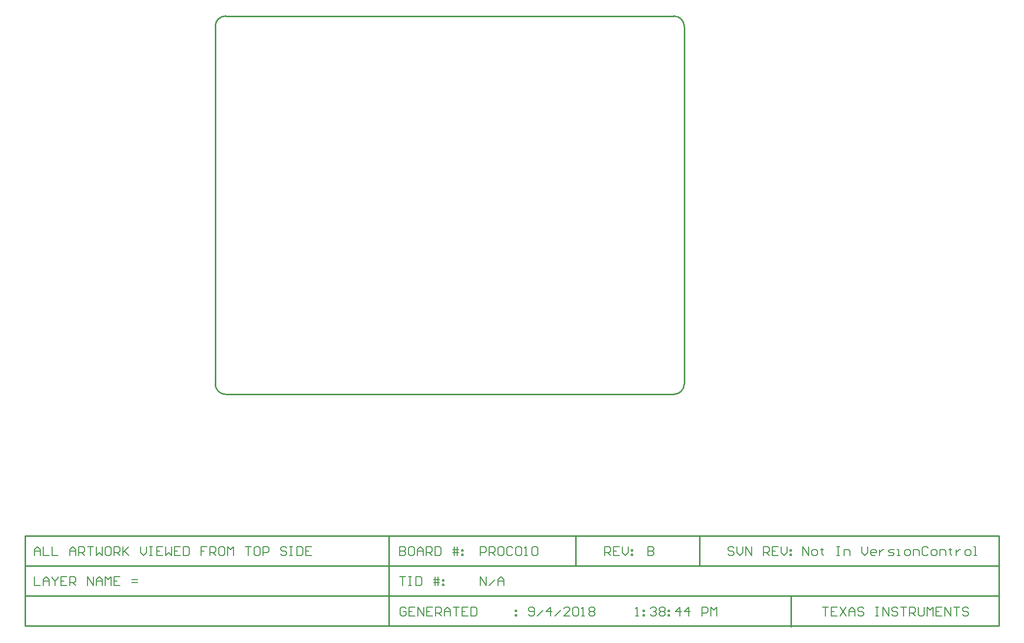
<source format=gm1>
G04 Layer_Color=16711935*
%FSLAX25Y25*%
%MOIN*%
G70*
G01*
G75*
%ADD65C,0.01000*%
%ADD80C,0.00800*%
G54D65*
X300725Y-16250D02*
G03*
X307725Y-9250I0J7000D01*
G01*
X-10275D02*
G03*
X-3275Y-16250I7000J0D01*
G01*
Y240250D02*
G03*
X-10275Y233250I0J-7000D01*
G01*
X307725D02*
G03*
X300725Y240250I-7000J0D01*
G01*
X-3275Y-16250D02*
X300725D01*
X-10275Y-9250D02*
Y233250D01*
X-3275Y240250D02*
X300725D01*
X307725Y-9250D02*
Y233250D01*
X380200Y-174000D02*
Y-153717D01*
X261300Y-173350D02*
X521000D01*
Y-112350D01*
X107300Y-173350D02*
Y-112350D01*
X-139200Y-173350D02*
Y-112350D01*
X-139150Y-173350D02*
X18400D01*
X-139150D02*
Y-112350D01*
Y-112350D02*
X521000D01*
X-139200Y-173350D02*
X261300D01*
X-139200Y-153017D02*
X520800D01*
X-139200Y-132683D02*
X521000D01*
X234000D02*
Y-112350D01*
X318000Y-132683D02*
Y-112350D01*
G54D80*
X169350Y-145900D02*
Y-139902D01*
X173349Y-145900D01*
Y-139902D01*
X175348Y-145900D02*
X179347Y-141901D01*
X181346Y-145900D02*
Y-141901D01*
X183345Y-139902D01*
X185345Y-141901D01*
Y-145900D01*
Y-142901D01*
X181346D01*
X114800Y-139902D02*
X118799D01*
X116799D01*
Y-145900D01*
X120798Y-139902D02*
X122797D01*
X121798D01*
Y-145900D01*
X120798D01*
X122797D01*
X125796Y-139902D02*
Y-145900D01*
X128796D01*
X129795Y-144900D01*
Y-140902D01*
X128796Y-139902D01*
X125796D01*
X138792Y-145900D02*
Y-139902D01*
X140792D02*
Y-145900D01*
X137793Y-141901D02*
X140792D01*
X141791D01*
X137793Y-143901D02*
X141791D01*
X143791Y-141901D02*
X144790D01*
Y-142901D01*
X143791D01*
Y-141901D01*
Y-144900D02*
X144790D01*
Y-145900D01*
X143791D01*
Y-144900D01*
X401300Y-160435D02*
X405299D01*
X403299D01*
Y-166434D01*
X411297Y-160435D02*
X407298D01*
Y-166434D01*
X411297D01*
X407298Y-163435D02*
X409297D01*
X413296Y-160435D02*
X417295Y-166434D01*
Y-160435D02*
X413296Y-166434D01*
X419294D02*
Y-162435D01*
X421293Y-160435D01*
X423293Y-162435D01*
Y-166434D01*
Y-163435D01*
X419294D01*
X429291Y-161435D02*
X428291Y-160435D01*
X426292D01*
X425292Y-161435D01*
Y-162435D01*
X426292Y-163435D01*
X428291D01*
X429291Y-164434D01*
Y-165434D01*
X428291Y-166434D01*
X426292D01*
X425292Y-165434D01*
X437288Y-160435D02*
X439288D01*
X438288D01*
Y-166434D01*
X437288D01*
X439288D01*
X442287D02*
Y-160435D01*
X446285Y-166434D01*
Y-160435D01*
X452283Y-161435D02*
X451284Y-160435D01*
X449285D01*
X448285Y-161435D01*
Y-162435D01*
X449285Y-163435D01*
X451284D01*
X452283Y-164434D01*
Y-165434D01*
X451284Y-166434D01*
X449285D01*
X448285Y-165434D01*
X454283Y-160435D02*
X458282D01*
X456282D01*
Y-166434D01*
X460281D02*
Y-160435D01*
X463280D01*
X464280Y-161435D01*
Y-163435D01*
X463280Y-164434D01*
X460281D01*
X462280D02*
X464280Y-166434D01*
X466279Y-160435D02*
Y-165434D01*
X467279Y-166434D01*
X469278D01*
X470278Y-165434D01*
Y-160435D01*
X472277Y-166434D02*
Y-160435D01*
X474276Y-162435D01*
X476276Y-160435D01*
Y-166434D01*
X482274Y-160435D02*
X478275D01*
Y-166434D01*
X482274D01*
X478275Y-163435D02*
X480274D01*
X484273Y-166434D02*
Y-160435D01*
X488272Y-166434D01*
Y-160435D01*
X490271D02*
X494270D01*
X492271D01*
Y-166434D01*
X500268Y-161435D02*
X499268Y-160435D01*
X497269D01*
X496269Y-161435D01*
Y-162435D01*
X497269Y-163435D01*
X499268D01*
X500268Y-164434D01*
Y-165434D01*
X499268Y-166434D01*
X497269D01*
X496269Y-165434D01*
X274850Y-166434D02*
X276849D01*
X275850D01*
Y-160435D01*
X274850Y-161435D01*
X279848Y-162435D02*
X280848D01*
Y-163435D01*
X279848D01*
Y-162435D01*
Y-165434D02*
X280848D01*
Y-166434D01*
X279848D01*
Y-165434D01*
X284847Y-161435D02*
X285846Y-160435D01*
X287846D01*
X288845Y-161435D01*
Y-162435D01*
X287846Y-163435D01*
X286846D01*
X287846D01*
X288845Y-164434D01*
Y-165434D01*
X287846Y-166434D01*
X285846D01*
X284847Y-165434D01*
X290845Y-161435D02*
X291845Y-160435D01*
X293844D01*
X294844Y-161435D01*
Y-162435D01*
X293844Y-163435D01*
X294844Y-164434D01*
Y-165434D01*
X293844Y-166434D01*
X291845D01*
X290845Y-165434D01*
Y-164434D01*
X291845Y-163435D01*
X290845Y-162435D01*
Y-161435D01*
X291845Y-163435D02*
X293844D01*
X296843Y-162435D02*
X297843D01*
Y-163435D01*
X296843D01*
Y-162435D01*
Y-165434D02*
X297843D01*
Y-166434D01*
X296843D01*
Y-165434D01*
X304840Y-166434D02*
Y-160435D01*
X301841Y-163435D01*
X305840D01*
X310838Y-166434D02*
Y-160435D01*
X307839Y-163435D01*
X311838D01*
X319835Y-166434D02*
Y-160435D01*
X322834D01*
X323834Y-161435D01*
Y-163435D01*
X322834Y-164434D01*
X319835D01*
X325834Y-166434D02*
Y-160435D01*
X327833Y-162435D01*
X329832Y-160435D01*
Y-166434D01*
X-132850Y-139851D02*
Y-145849D01*
X-128851D01*
X-126852D02*
Y-141851D01*
X-124853Y-139851D01*
X-122853Y-141851D01*
Y-145849D01*
Y-142850D01*
X-126852D01*
X-120854Y-139851D02*
Y-140851D01*
X-118854Y-142850D01*
X-116855Y-140851D01*
Y-139851D01*
X-118854Y-142850D02*
Y-145849D01*
X-110857Y-139851D02*
X-114856D01*
Y-145849D01*
X-110857D01*
X-114856Y-142850D02*
X-112856D01*
X-108858Y-145849D02*
Y-139851D01*
X-105859D01*
X-104859Y-140851D01*
Y-142850D01*
X-105859Y-143850D01*
X-108858D01*
X-106858D02*
X-104859Y-145849D01*
X-96862D02*
Y-139851D01*
X-92863Y-145849D01*
Y-139851D01*
X-90864Y-145849D02*
Y-141851D01*
X-88864Y-139851D01*
X-86865Y-141851D01*
Y-145849D01*
Y-142850D01*
X-90864D01*
X-84865Y-145849D02*
Y-139851D01*
X-82866Y-141851D01*
X-80867Y-139851D01*
Y-145849D01*
X-74869Y-139851D02*
X-78868D01*
Y-145849D01*
X-74869D01*
X-78868Y-142850D02*
X-76868D01*
X-66871Y-143850D02*
X-62873D01*
X-66871Y-141851D02*
X-62873D01*
X114800Y-119569D02*
Y-125567D01*
X117799D01*
X118799Y-124567D01*
Y-123567D01*
X117799Y-122568D01*
X114800D01*
X117799D01*
X118799Y-121568D01*
Y-120568D01*
X117799Y-119569D01*
X114800D01*
X123797D02*
X121798D01*
X120798Y-120568D01*
Y-124567D01*
X121798Y-125567D01*
X123797D01*
X124797Y-124567D01*
Y-120568D01*
X123797Y-119569D01*
X126796Y-125567D02*
Y-121568D01*
X128796Y-119569D01*
X130795Y-121568D01*
Y-125567D01*
Y-122568D01*
X126796D01*
X132794Y-125567D02*
Y-119569D01*
X135793D01*
X136793Y-120568D01*
Y-122568D01*
X135793Y-123567D01*
X132794D01*
X134793D02*
X136793Y-125567D01*
X138792Y-119569D02*
Y-125567D01*
X141791D01*
X142791Y-124567D01*
Y-120568D01*
X141791Y-119569D01*
X138792D01*
X151788Y-125567D02*
Y-119569D01*
X153787D02*
Y-125567D01*
X150788Y-121568D02*
X153787D01*
X154787D01*
X150788Y-123567D02*
X154787D01*
X156786Y-121568D02*
X157786D01*
Y-122568D01*
X156786D01*
Y-121568D01*
Y-124567D02*
X157786D01*
Y-125567D01*
X156786D01*
Y-124567D01*
X169350Y-125567D02*
Y-119569D01*
X172349D01*
X173349Y-120568D01*
Y-122568D01*
X172349Y-123567D01*
X169350D01*
X175348Y-125567D02*
Y-119569D01*
X178347D01*
X179347Y-120568D01*
Y-122568D01*
X178347Y-123567D01*
X175348D01*
X177347D02*
X179347Y-125567D01*
X184345Y-119569D02*
X182346D01*
X181346Y-120568D01*
Y-124567D01*
X182346Y-125567D01*
X184345D01*
X185345Y-124567D01*
Y-120568D01*
X184345Y-119569D01*
X191343Y-120568D02*
X190343Y-119569D01*
X188344D01*
X187344Y-120568D01*
Y-124567D01*
X188344Y-125567D01*
X190343D01*
X191343Y-124567D01*
X193342Y-120568D02*
X194342Y-119569D01*
X196341D01*
X197341Y-120568D01*
Y-124567D01*
X196341Y-125567D01*
X194342D01*
X193342Y-124567D01*
Y-120568D01*
X199340Y-125567D02*
X201340D01*
X200340D01*
Y-119569D01*
X199340Y-120568D01*
X204339D02*
X205338Y-119569D01*
X207338D01*
X208337Y-120568D01*
Y-124567D01*
X207338Y-125567D01*
X205338D01*
X204339Y-124567D01*
Y-120568D01*
X282950Y-119569D02*
Y-125567D01*
X285949D01*
X286949Y-124567D01*
Y-123567D01*
X285949Y-122568D01*
X282950D01*
X285949D01*
X286949Y-121568D01*
Y-120568D01*
X285949Y-119569D01*
X282950D01*
X-132850Y-125567D02*
Y-121568D01*
X-130851Y-119569D01*
X-128851Y-121568D01*
Y-125567D01*
Y-122568D01*
X-132850D01*
X-126852Y-119569D02*
Y-125567D01*
X-122853D01*
X-120854Y-119569D02*
Y-125567D01*
X-116855D01*
X-108858D02*
Y-121568D01*
X-106858Y-119569D01*
X-104859Y-121568D01*
Y-125567D01*
Y-122568D01*
X-108858D01*
X-102860Y-125567D02*
Y-119569D01*
X-99861D01*
X-98861Y-120568D01*
Y-122568D01*
X-99861Y-123567D01*
X-102860D01*
X-100860D02*
X-98861Y-125567D01*
X-96862Y-119569D02*
X-92863D01*
X-94862D01*
Y-125567D01*
X-90864Y-119569D02*
Y-125567D01*
X-88864Y-123567D01*
X-86865Y-125567D01*
Y-119569D01*
X-81867D02*
X-83866D01*
X-84865Y-120568D01*
Y-124567D01*
X-83866Y-125567D01*
X-81867D01*
X-80867Y-124567D01*
Y-120568D01*
X-81867Y-119569D01*
X-78868Y-125567D02*
Y-119569D01*
X-75868D01*
X-74869Y-120568D01*
Y-122568D01*
X-75868Y-123567D01*
X-78868D01*
X-76868D02*
X-74869Y-125567D01*
X-72869Y-119569D02*
Y-125567D01*
Y-123567D01*
X-68871Y-119569D01*
X-71870Y-122568D01*
X-68871Y-125567D01*
X-60873Y-119569D02*
Y-123567D01*
X-58874Y-125567D01*
X-56875Y-123567D01*
Y-119569D01*
X-54875D02*
X-52876D01*
X-53875D01*
Y-125567D01*
X-54875D01*
X-52876D01*
X-45878Y-119569D02*
X-49877D01*
Y-125567D01*
X-45878D01*
X-49877Y-122568D02*
X-47877D01*
X-43879Y-119569D02*
Y-125567D01*
X-41879Y-123567D01*
X-39880Y-125567D01*
Y-119569D01*
X-33882D02*
X-37881D01*
Y-125567D01*
X-33882D01*
X-37881Y-122568D02*
X-35881D01*
X-31883Y-119569D02*
Y-125567D01*
X-28884D01*
X-27884Y-124567D01*
Y-120568D01*
X-28884Y-119569D01*
X-31883D01*
X-15888D02*
X-19886D01*
Y-122568D01*
X-17887D01*
X-19886D01*
Y-125567D01*
X-13889D02*
Y-119569D01*
X-10889D01*
X-9890Y-120568D01*
Y-122568D01*
X-10889Y-123567D01*
X-13889D01*
X-11889D02*
X-9890Y-125567D01*
X-4891Y-119569D02*
X-6891D01*
X-7890Y-120568D01*
Y-124567D01*
X-6891Y-125567D01*
X-4891D01*
X-3892Y-124567D01*
Y-120568D01*
X-4891Y-119569D01*
X-1892Y-125567D02*
Y-119569D01*
X107Y-121568D01*
X2106Y-119569D01*
Y-125567D01*
X10104Y-119569D02*
X14103D01*
X12103D01*
Y-125567D01*
X19101Y-119569D02*
X17101D01*
X16102Y-120568D01*
Y-124567D01*
X17101Y-125567D01*
X19101D01*
X20100Y-124567D01*
Y-120568D01*
X19101Y-119569D01*
X22100Y-125567D02*
Y-119569D01*
X25099D01*
X26099Y-120568D01*
Y-122568D01*
X25099Y-123567D01*
X22100D01*
X38095Y-120568D02*
X37095Y-119569D01*
X35096D01*
X34096Y-120568D01*
Y-121568D01*
X35096Y-122568D01*
X37095D01*
X38095Y-123567D01*
Y-124567D01*
X37095Y-125567D01*
X35096D01*
X34096Y-124567D01*
X40094Y-119569D02*
X42093D01*
X41094D01*
Y-125567D01*
X40094D01*
X42093D01*
X45092Y-119569D02*
Y-125567D01*
X48092D01*
X49091Y-124567D01*
Y-120568D01*
X48092Y-119569D01*
X45092D01*
X55089D02*
X51091D01*
Y-125567D01*
X55089D01*
X51091Y-122568D02*
X53090D01*
X118999Y-161435D02*
X117999Y-160435D01*
X116000D01*
X115000Y-161435D01*
Y-165434D01*
X116000Y-166434D01*
X117999D01*
X118999Y-165434D01*
Y-163435D01*
X116999D01*
X124997Y-160435D02*
X120998D01*
Y-166434D01*
X124997D01*
X120998Y-163435D02*
X122997D01*
X126996Y-166434D02*
Y-160435D01*
X130995Y-166434D01*
Y-160435D01*
X136993D02*
X132994D01*
Y-166434D01*
X136993D01*
X132994Y-163435D02*
X134994D01*
X138992Y-166434D02*
Y-160435D01*
X141991D01*
X142991Y-161435D01*
Y-163435D01*
X141991Y-164434D01*
X138992D01*
X140992D02*
X142991Y-166434D01*
X144990D02*
Y-162435D01*
X146990Y-160435D01*
X148989Y-162435D01*
Y-166434D01*
Y-163435D01*
X144990D01*
X150988Y-160435D02*
X154987D01*
X152988D01*
Y-166434D01*
X160985Y-160435D02*
X156986D01*
Y-166434D01*
X160985D01*
X156986Y-163435D02*
X158986D01*
X162985Y-160435D02*
Y-166434D01*
X165983D01*
X166983Y-165434D01*
Y-161435D01*
X165983Y-160435D01*
X162985D01*
X192975Y-162435D02*
X193974D01*
Y-163435D01*
X192975D01*
Y-162435D01*
Y-165434D02*
X193974D01*
Y-166434D01*
X192975D01*
Y-165434D01*
X201950D02*
X202950Y-166434D01*
X204949D01*
X205949Y-165434D01*
Y-161435D01*
X204949Y-160435D01*
X202950D01*
X201950Y-161435D01*
Y-162435D01*
X202950Y-163435D01*
X205949D01*
X207948Y-166434D02*
X211947Y-162435D01*
X216945Y-166434D02*
Y-160435D01*
X213946Y-163435D01*
X217945D01*
X219944Y-166434D02*
X223943Y-162435D01*
X229941Y-166434D02*
X225942D01*
X229941Y-162435D01*
Y-161435D01*
X228941Y-160435D01*
X226942D01*
X225942Y-161435D01*
X231940D02*
X232940Y-160435D01*
X234939D01*
X235939Y-161435D01*
Y-165434D01*
X234939Y-166434D01*
X232940D01*
X231940Y-165434D01*
Y-161435D01*
X237938Y-166434D02*
X239938D01*
X238938D01*
Y-160435D01*
X237938Y-161435D01*
X242937D02*
X243936Y-160435D01*
X245936D01*
X246935Y-161435D01*
Y-162435D01*
X245936Y-163435D01*
X246935Y-164434D01*
Y-165434D01*
X245936Y-166434D01*
X243936D01*
X242937Y-165434D01*
Y-164434D01*
X243936Y-163435D01*
X242937Y-162435D01*
Y-161435D01*
X243936Y-163435D02*
X245936D01*
X253800Y-125567D02*
Y-119569D01*
X256799D01*
X257799Y-120568D01*
Y-122568D01*
X256799Y-123567D01*
X253800D01*
X255799D02*
X257799Y-125567D01*
X263797Y-119569D02*
X259798D01*
Y-125567D01*
X263797D01*
X259798Y-122568D02*
X261797D01*
X265796Y-119569D02*
Y-123567D01*
X267795Y-125567D01*
X269795Y-123567D01*
Y-119569D01*
X271794Y-121568D02*
X272794D01*
Y-122568D01*
X271794D01*
Y-121568D01*
Y-124567D02*
X272794D01*
Y-125567D01*
X271794D01*
Y-124567D01*
X341599Y-120568D02*
X340599Y-119569D01*
X338600D01*
X337600Y-120568D01*
Y-121568D01*
X338600Y-122568D01*
X340599D01*
X341599Y-123567D01*
Y-124567D01*
X340599Y-125567D01*
X338600D01*
X337600Y-124567D01*
X343598Y-119569D02*
Y-123567D01*
X345597Y-125567D01*
X347597Y-123567D01*
Y-119569D01*
X349596Y-125567D02*
Y-119569D01*
X353595Y-125567D01*
Y-119569D01*
X361592Y-125567D02*
Y-119569D01*
X364591D01*
X365591Y-120568D01*
Y-122568D01*
X364591Y-123567D01*
X361592D01*
X363592D02*
X365591Y-125567D01*
X371589Y-119569D02*
X367590D01*
Y-125567D01*
X371589D01*
X367590Y-122568D02*
X369590D01*
X373588Y-119569D02*
Y-123567D01*
X375588Y-125567D01*
X377587Y-123567D01*
Y-119569D01*
X379586Y-121568D02*
X380586D01*
Y-122568D01*
X379586D01*
Y-121568D01*
Y-124567D02*
X380586D01*
Y-125567D01*
X379586D01*
Y-124567D01*
X388200Y-125567D02*
Y-119569D01*
X392199Y-125567D01*
Y-119569D01*
X395198Y-125567D02*
X397197D01*
X398197Y-124567D01*
Y-122568D01*
X397197Y-121568D01*
X395198D01*
X394198Y-122568D01*
Y-124567D01*
X395198Y-125567D01*
X401196Y-120568D02*
Y-121568D01*
X400196D01*
X402196D01*
X401196D01*
Y-124567D01*
X402196Y-125567D01*
X411193Y-119569D02*
X413192D01*
X412192D01*
Y-125567D01*
X411193D01*
X413192D01*
X416191D02*
Y-121568D01*
X419190D01*
X420190Y-122568D01*
Y-125567D01*
X428187Y-119569D02*
Y-123567D01*
X430186Y-125567D01*
X432186Y-123567D01*
Y-119569D01*
X437184Y-125567D02*
X435185D01*
X434185Y-124567D01*
Y-122568D01*
X435185Y-121568D01*
X437184D01*
X438184Y-122568D01*
Y-123567D01*
X434185D01*
X440183Y-121568D02*
Y-125567D01*
Y-123567D01*
X441183Y-122568D01*
X442182Y-121568D01*
X443182D01*
X446181Y-125567D02*
X449180D01*
X450180Y-124567D01*
X449180Y-123567D01*
X447181D01*
X446181Y-122568D01*
X447181Y-121568D01*
X450180D01*
X452179Y-125567D02*
X454179D01*
X453179D01*
Y-121568D01*
X452179D01*
X458177Y-125567D02*
X460177D01*
X461176Y-124567D01*
Y-122568D01*
X460177Y-121568D01*
X458177D01*
X457178Y-122568D01*
Y-124567D01*
X458177Y-125567D01*
X463176D02*
Y-121568D01*
X466175D01*
X467174Y-122568D01*
Y-125567D01*
X473173Y-120568D02*
X472173Y-119569D01*
X470174D01*
X469174Y-120568D01*
Y-124567D01*
X470174Y-125567D01*
X472173D01*
X473173Y-124567D01*
X476171Y-125567D02*
X478171D01*
X479171Y-124567D01*
Y-122568D01*
X478171Y-121568D01*
X476171D01*
X475172Y-122568D01*
Y-124567D01*
X476171Y-125567D01*
X481170D02*
Y-121568D01*
X484169D01*
X485169Y-122568D01*
Y-125567D01*
X488168Y-120568D02*
Y-121568D01*
X487168D01*
X489167D01*
X488168D01*
Y-124567D01*
X489167Y-125567D01*
X492166Y-121568D02*
Y-125567D01*
Y-123567D01*
X493166Y-122568D01*
X494166Y-121568D01*
X495165D01*
X499164Y-125567D02*
X501163D01*
X502163Y-124567D01*
Y-122568D01*
X501163Y-121568D01*
X499164D01*
X498164Y-122568D01*
Y-124567D01*
X499164Y-125567D01*
X504163D02*
X506162D01*
X505162D01*
Y-119569D01*
X504163D01*
M02*

</source>
